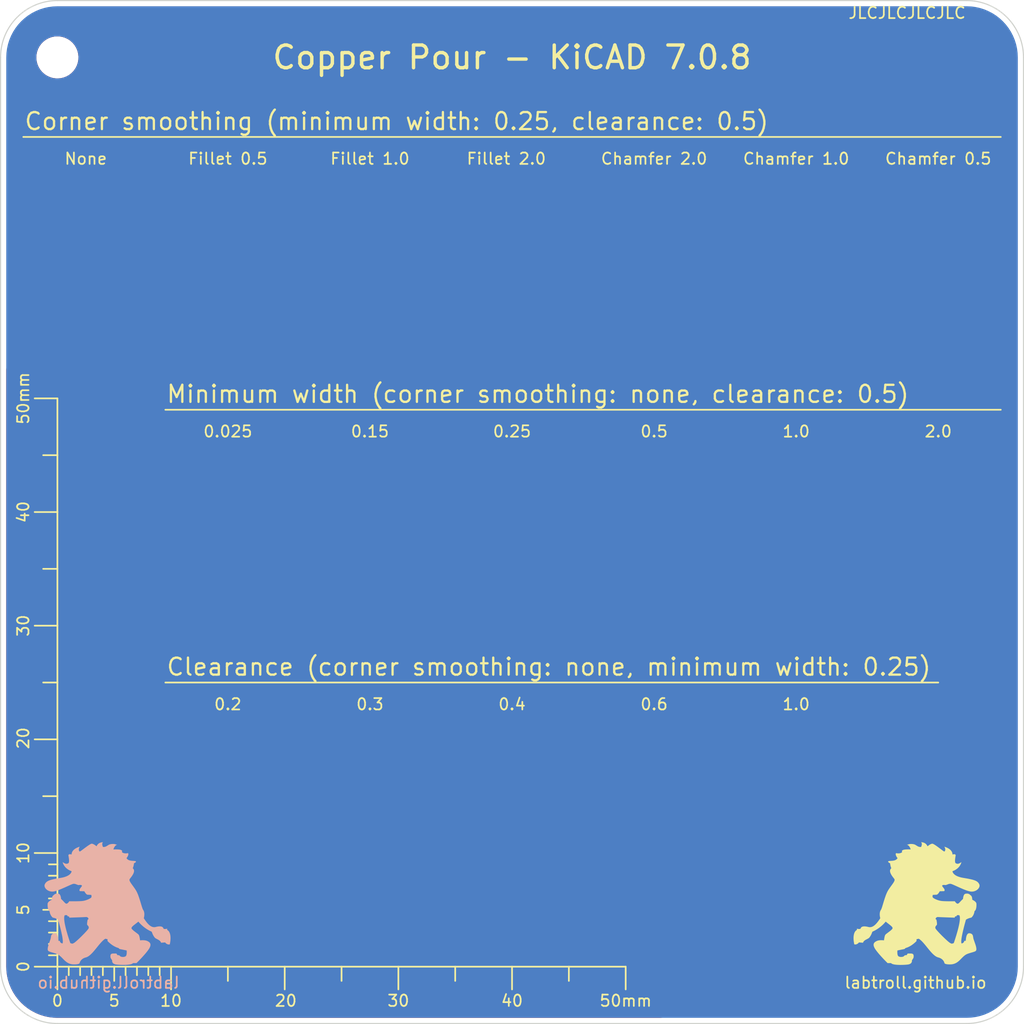
<source format=kicad_pcb>
(kicad_pcb (version 20221018) (generator pcbnew)
  (title_block (title "Copper Pour Fillet Smoothing Sample") (date "2023-10-16") (comment 1 "Author: Morten Hattesen"))
  (layers (0 "F.Cu" signal) (31 "B.Cu" signal) (34 "B.Paste" user) (35 "F.Paste" user) (36 "B.SilkS" user "B.Silkscreen") (37 "F.SilkS" user "F.Silkscreen") (38 "B.Mask" user) (39 "F.Mask" user) (44 "Edge.Cuts" user))
  (net 0 "")
  (footprint "MountingHole:SMD_Pad_Circular_4mm" (layer "F.Cu") (at 105 120)
    (fp_text reference "REF**" hide)
    (fp_text value "SMD_Pad_Circular_4mm" hide)
    (pad "" smd circle (at 0 0) (size 4 4) (layers "F.Cu" "F.Paste" "F.Mask"))
  )
  (footprint "MountingHole:SMD_Pad_Circular_4mm" (layer "F.Cu") (at 80 67)
    (fp_text reference "REF**" hide)
    (fp_text value "SMD_Pad_Circular_4mm" hide)
    (pad "" smd circle (at 0 0) (size 4 4) (layers "F.Cu" "F.Paste" "F.Mask"))
  )
  (footprint "MountingHole:SMD_Pad_Circular_4mm" (layer "F.Cu") (at 130 67)
    (fp_text reference "REF**" hide)
    (fp_text value "SMD_Pad_Circular_4mm" hide)
    (pad "" smd circle (at 0 0) (size 4 4) (layers "F.Cu" "F.Paste" "F.Mask"))
  )
  (footprint "MountingHole:SMD_Pad_Circular_4mm" (layer "F.Cu") (at 92.5 91)
    (fp_text reference "REF**" hide)
    (fp_text value "SMD_Pad_Circular_4mm" hide)
    (pad "" smd circle (at 0 0) (size 4 4) (layers "F.Cu" "F.Paste" "F.Mask"))
  )
  (footprint "MountingHole:SMD_Pad_Circular_4mm" (layer "F.Cu") (at 117.5 72)
    (fp_text reference "REF**" hide)
    (fp_text value "SMD_Pad_Circular_4mm" hide)
    (pad "" smd circle (at 0 0) (size 4 4) (layers "F.Cu" "F.Paste" "F.Mask"))
  )
  (footprint "Calibration_Scale:Gauge_50mm_Type2_SilkScreenTop_FIX" (layer "F.Cu") (at 77.5 132.5)
    (fp_text reference "REF**" hide)
    (fp_text value "Gauge_50mm_Type2_SilkScreenTop_FIX" hide)
    (fp_text user "20" (at -3 -20.10156 90 unlocked) (layer "F.SilkS"))
    (fp_text user "5" (at 5 3 unlocked) (layer "F.SilkS"))
    (fp_text user "0" (at 0 3 unlocked) (layer "F.SilkS"))
    (fp_text user "30" (at -3 -30.00248 90 unlocked) (layer "F.SilkS"))
    (fp_text user "20" (at 20.09902 3 unlocked) (layer "F.SilkS"))
    (fp_text user "30" (at 29.99994 3 unlocked) (layer "F.SilkS"))
    (fp_text user "40" (at 39.99992 3 unlocked) (layer "F.SilkS"))
    (fp_text user "10" (at 10 3 unlocked) (layer "F.SilkS"))
    (fp_text user "50mm" (at 49.9999 3 unlocked) (layer "F.SilkS"))
    (fp_text user "5" (at -3 -5.00126 90 unlocked) (layer "F.SilkS"))
    (fp_text user "50mm" (at -3 -50.00244 90 unlocked) (layer "F.SilkS"))
    (fp_text user "0" (at -3 -0.00254 90 unlocked) (layer "F.SilkS"))
    (fp_text user "40" (at -3 -40.00246 90 unlocked) (layer "F.SilkS"))
    (fp_text user "10" (at -3 -10.00252 90 unlocked) (layer "F.SilkS"))
  )
  (footprint "MountingHole:MountingHole_3.2mm_M3" (layer "F.Cu") (at 77.5 52.5)
    (fp_text reference "REF**" hide)
    (fp_text value "MountingHole_3.2mm_M3" hide)
    (pad "" np_thru_hole circle (at 0 0) (size 3.2 3.2) (drill 3.2) (layers "*.Cu" "*.Mask"))
  )
  (footprint "MountingHole:SMD_Pad_Circular_4mm" (layer "F.Cu") (at 92.5 115)
    (fp_text reference "REF**" hide)
    (fp_text value "SMD_Pad_Circular_4mm" hide)
    (pad "" smd circle (at 0 0) (size 4 4) (layers "F.Cu" "F.Paste" "F.Mask"))
  )
  (footprint "MountingHole:SMD_Pad_Circular_4mm" (layer "F.Cu") (at 92.5 67)
    (fp_text reference "REF**" hide)
    (fp_text value "SMD_Pad_Circular_4mm" hide)
    (pad "" smd circle (at 0 0) (size 4 4) (layers "F.Cu" "F.Paste" "F.Mask"))
  )
  (footprint "MountingHole:SMD_Pad_Circular_4mm" (layer "F.Cu") (at 155 96)
    (fp_text reference "REF**" hide)
    (fp_text value "SMD_Pad_Circular_4mm" hide)
    (pad "" smd circle (at 0 0) (size 4 4) (layers "F.Cu" "F.Paste" "F.Mask"))
  )
  (footprint "MountingHole:SMD_Pad_Circular_4mm" (layer "F.Cu") (at 142.5 115)
    (fp_text reference "REF**" hide)
    (fp_text value "SMD_Pad_Circular_4mm" hide)
    (pad "" smd circle (at 0 0) (size 4 4) (layers "F.Cu" "F.Paste" "F.Mask"))
  )
  (footprint "MountingHole:SMD_Pad_Circular_4mm" (layer "F.Cu") (at 105 91)
    (fp_text reference "REF**" hide)
    (fp_text value "SMD_Pad_Circular_4mm" hide)
    (pad "" smd circle (at 0 0) (size 4 4) (layers "F.Cu" "F.Paste" "F.Mask"))
  )
  (footprint "MountingHole:SMD_Pad_Circular_4mm" (layer "F.Cu") (at 142.5 96)
    (fp_text reference "REF**" hide)
    (fp_text value "SMD_Pad_Circular_4mm" hide)
    (pad "" smd circle (at 0 0) (size 4 4) (layers "F.Cu" "F.Paste" "F.Mask"))
  )
  (footprint "MountingHole:SMD_Pad_Circular_4mm" (layer "F.Cu") (at 105 67)
    (fp_text reference "REF**" hide)
    (fp_text value "SMD_Pad_Circular_4mm" hide)
    (pad "" smd circle (at 0 0) (size 4 4) (layers "F.Cu" "F.Paste" "F.Mask"))
  )
  (footprint "MountingHole:SMD_Pad_Circular_4mm" (layer "F.Cu") (at 92.5 96)
    (fp_text reference "REF**" hide)
    (fp_text value "SMD_Pad_Circular_4mm" hide)
    (pad "" smd circle (at 0 0) (size 4 4) (layers "F.Cu" "F.Paste" "F.Mask"))
  )
  (footprint "MountingHole:SMD_Pad_Circular_4mm" (layer "F.Cu") (at 130 91)
    (fp_text reference "REF**" hide)
    (fp_text value "SMD_Pad_Circular_4mm" hide)
    (pad "" smd circle (at 0 0) (size 4 4) (layers "F.Cu" "F.Paste" "F.Mask"))
  )
  (footprint "MountingHole:SMD_Pad_Circular_4mm" (layer "F.Cu") (at 142.5 120)
    (fp_text reference "REF**" hide)
    (fp_text value "SMD_Pad_Circular_4mm" hide)
    (pad "" smd circle (at 0 0) (size 4 4) (layers "F.Cu" "F.Paste" "F.Mask"))
  )
  (footprint "MountingHole:SMD_Pad_Circular_4mm" (layer "F.Cu") (at 105 115)
    (fp_text reference "REF**" hide)
    (fp_text value "SMD_Pad_Circular_4mm" hide)
    (pad "" smd circle (at 0 0) (size 4 4) (layers "F.Cu" "F.Paste" "F.Mask"))
  )
  (footprint "MountingHole:SMD_Pad_Circular_4mm" (layer "F.Cu") (at 130 120)
    (fp_text reference "REF**" hide)
    (fp_text value "SMD_Pad_Circular_4mm" hide)
    (pad "" smd circle (at 0 0) (size 4 4) (layers "F.Cu" "F.Paste" "F.Mask"))
  )
  (footprint "MountingHole:SMD_Pad_Circular_4mm" (layer "F.Cu") (at 130 96)
    (fp_text reference "REF**" hide)
    (fp_text value "SMD_Pad_Circular_4mm" hide)
    (pad "" smd circle (at 0 0) (size 4 4) (layers "F.Cu" "F.Paste" "F.Mask"))
  )
  (footprint "MountingHole:SMD_Pad_Circular_4mm" (layer "F.Cu") (at 117.5 67)
    (fp_text reference "REF**" hide)
    (fp_text value "SMD_Pad_Circular_4mm" hide)
    (pad "" smd circle (at 0 0) (size 4 4) (layers "F.Cu" "F.Paste" "F.Mask"))
  )
  (footprint "MountingHole:SMD_Pad_Circular_4mm" (layer "F.Cu") (at 155 91)
    (fp_text reference "REF**" hide)
    (fp_text value "SMD_Pad_Circular_4mm" hide)
    (pad "" smd circle (at 0 0) (size 4 4) (layers "F.Cu" "F.Paste" "F.Mask"))
  )
  (footprint "MountingHole:SMD_Pad_Circular_4mm" (layer "F.Cu") (at 117.5 91)
    (fp_text reference "REF**" hide)
    (fp_text value "SMD_Pad_Circular_4mm" hide)
    (pad "" smd circle (at 0 0) (size 4 4) (layers "F.Cu" "F.Paste" "F.Mask"))
  )
  (footprint "MountingHole:SMD_Pad_Circular_4mm" (layer "F.Cu") (at 130 115)
    (fp_text reference "REF**" hide)
    (fp_text value "SMD_Pad_Circular_4mm" hide)
    (pad "" smd circle (at 0 0) (size 4 4) (layers "F.Cu" "F.Paste" "F.Mask"))
  )
  (footprint "MountingHole:SMD_Pad_Circular_4mm" (layer "F.Cu") (at 142.5 91)
    (fp_text reference "REF**" hide)
    (fp_text value "SMD_Pad_Circular_4mm" hide)
    (pad "" smd circle (at 0 0) (size 4 4) (layers "F.Cu" "F.Paste" "F.Mask"))
  )
  (footprint "MountingHole:SMD_Pad_Circular_4mm" (layer "F.Cu") (at 155 72)
    (fp_text reference "REF**" hide)
    (fp_text value "SMD_Pad_Circular_4mm" hide)
    (pad "" smd circle (at 0 0) (size 4 4) (layers "F.Cu" "F.Paste" "F.Mask"))
  )
  (footprint "MountingHole:SMD_Pad_Circular_4mm" (layer "F.Cu") (at 80 72)
    (fp_text reference "REF**" hide)
    (fp_text value "SMD_Pad_Circular_4mm" hide)
    (pad "" smd circle (at 0 0) (size 4 4) (layers "F.Cu" "F.Paste" "F.Mask"))
  )
  (footprint "MountingHole:SMD_Pad_Circular_4mm" (layer "F.Cu") (at 130 72)
    (fp_text reference "REF**" hide)
    (fp_text value "SMD_Pad_Circular_4mm" hide)
    (pad "" smd circle (at 0 0) (size 4 4) (layers "F.Cu" "F.Paste" "F.Mask"))
  )
  (footprint "_ProjCommon:Labtroll_Logo" (layer "F.Cu") (at 153 133)
    (fp_text reference "REF**" hide)
    (fp_text value "Labtroll_Logo" hide)
    (fp_text user "labtroll.github.io" (at 0 1.5 unlocked) (layer "F.SilkS") (effects (justify bottom)))
  )
  (footprint "MountingHole:SMD_Pad_Circular_4mm" (layer "F.Cu") (at 92.5 72)
    (fp_text reference "REF**" hide)
    (fp_text value "SMD_Pad_Circular_4mm" hide)
    (pad "" smd circle (at 0 0) (size 4 4) (layers "F.Cu" "F.Paste" "F.Mask"))
  )
  (footprint "MountingHole:SMD_Pad_Circular_4mm" (layer "F.Cu") (at 92.5 120)
    (fp_text reference "REF**" hide)
    (fp_text value "SMD_Pad_Circular_4mm" hide)
    (pad "" smd circle (at 0 0) (size 4 4) (layers "F.Cu" "F.Paste" "F.Mask"))
  )
  (footprint "MountingHole:SMD_Pad_Circular_4mm" (layer "F.Cu") (at 105 96)
    (fp_text reference "REF**" hide)
    (fp_text value "SMD_Pad_Circular_4mm" hide)
    (pad "" smd circle (at 0 0) (size 4 4) (layers "F.Cu" "F.Paste" "F.Mask"))
  )
  (footprint "MountingHole:SMD_Pad_Circular_4mm" (layer "F.Cu") (at 105 72)
    (fp_text reference "REF**" hide)
    (fp_text value "SMD_Pad_Circular_4mm" hide)
    (pad "" smd circle (at 0 0) (size 4 4) (layers "F.Cu" "F.Paste" "F.Mask"))
  )
  (footprint "MountingHole:SMD_Pad_Circular_4mm" (layer "F.Cu") (at 142.5 67)
    (fp_text reference "REF**" hide)
    (fp_text value "SMD_Pad_Circular_4mm" hide)
    (pad "" smd circle (at 0 0) (size 4 4) (layers "F.Cu" "F.Paste" "F.Mask"))
  )
  (footprint "MountingHole:SMD_Pad_Circular_4mm" (layer "F.Cu") (at 142.5 72)
    (fp_text reference "REF**" hide)
    (fp_text value "SMD_Pad_Circular_4mm" hide)
    (pad "" smd circle (at 0 0) (size 4 4) (layers "F.Cu" "F.Paste" "F.Mask"))
  )
  (footprint "MountingHole:SMD_Pad_Circular_4mm" (layer "F.Cu") (at 155 67)
    (fp_text reference "REF**" hide)
    (fp_text value "SMD_Pad_Circular_4mm" hide)
    (pad "" smd circle (at 0 0) (size 4 4) (layers "F.Cu" "F.Paste" "F.Mask"))
  )
  (footprint "MountingHole:SMD_Pad_Circular_4mm" (layer "F.Cu") (at 117.5 120)
    (fp_text reference "REF**" hide)
    (fp_text value "SMD_Pad_Circular_4mm" hide)
    (pad "" smd circle (at 0 0) (size 4 4) (layers "F.Cu" "F.Paste" "F.Mask"))
  )
  (footprint "MountingHole:SMD_Pad_Circular_4mm" (layer "F.Cu") (at 117.5 96)
    (fp_text reference "REF**" hide)
    (fp_text value "SMD_Pad_Circular_4mm" hide)
    (pad "" smd circle (at 0 0) (size 4 4) (layers "F.Cu" "F.Paste" "F.Mask"))
  )
  (footprint "MountingHole:SMD_Pad_Circular_4mm" (layer "F.Cu") (at 117.5 115)
    (fp_text reference "REF**" hide)
    (fp_text value "SMD_Pad_Circular_4mm" hide)
    (pad "" smd circle (at 0 0) (size 4 4) (layers "F.Cu" "F.Paste" "F.Mask"))
  )
  (footprint "_ProjCommon:Labtroll_Logo" (layer "B.Cu") (at 82 133 180)
    (fp_text reference "REF**" hide)
    (fp_text value "Labtroll_Logo" hide)
    (fp_text user "labtroll.github.io" (at 0 -1.5 unlocked) (layer "B.SilkS") (effects (justify bottom mirror)))
  )
  (gr_line (start 87 83.5) (end 160.5 83.5) (stroke (width 0.15)) (layer "F.SilkS"))
  (gr_line (start 74.5 59.5) (end 160.5 59.5) (stroke (width 0.15)) (layer "F.SilkS"))
  (gr_line (start 87 107.5) (end 155 107.5) (stroke (width 0.15)) (layer "F.SilkS"))
  (gr_line (start 77.5 47.5) (end 157.5 47.5) (stroke (width 0.1)) (layer "Edge.Cuts"))
  (gr_line (start 157.5 137.5) (end 77.5 137.5) (stroke (width 0.1)) (layer "Edge.Cuts"))
  (gr_arc (start 77.5 137.5) (mid 73.964466 136.035534) (end 72.5 132.5) (stroke (width 0.1)) (layer "Edge.Cuts"))
  (gr_line (start 162.5 52.5) (end 162.5 132.5) (stroke (width 0.1)) (layer "Edge.Cuts"))
  (gr_arc (start 72.5 52.5) (mid 73.964466 48.964466) (end 77.5 47.5) (stroke (width 0.1)) (layer "Edge.Cuts"))
  (gr_line (start 72.5 132.5) (end 72.5 52.5) (stroke (width 0.1)) (layer "Edge.Cuts"))
  (gr_arc (start 162.5 132.5) (mid 161.035534 136.035534) (end 157.5 137.5) (stroke (width 0.1)) (layer "Edge.Cuts"))
  (gr_arc (start 157.5 47.5) (mid 161.035534 48.964466) (end 162.5 52.5) (stroke (width 0.1)) (layer "Edge.Cuts"))
  (gr_text "None" (at 80 62) (layer "F.SilkS") (effects (font (size 1 1)) (justify bottom)))
  (gr_text "Chamfer 0.5" (at 155 62) (layer "F.SilkS") (effects (font (size 1 1)) (justify bottom)))
  (gr_text "0.5" (at 130 86) (layer "F.SilkS") (effects (font (size 1 1)) (justify bottom)))
  (gr_text "1.0" (at 142.5 110) (layer "F.SilkS") (effects (font (size 1 1)) (justify bottom)))
  (gr_text "Copper Pour - KiCAD 7.0.8" (at 117.5 52.5) (layer "F.SilkS") (effects (font (size 2 2) (thickness 0.3))))
  (gr_text "0.25" (at 117.5 86) (layer "F.SilkS") (effects (font (size 1 1)) (justify bottom)))
  (gr_text "0.025" (at 92.5 86) (layer "F.SilkS") (effects (font (size 1 1)) (justify bottom)))
  (gr_text "1.0" (at 142.5 86) (layer "F.SilkS") (effects (font (size 1 1)) (justify bottom)))
  (gr_text "0.15" (at 105 86) (layer "F.SilkS") (effects (font (size 1 1)) (justify bottom)))
  (gr_text "2.0" (at 155 86) (layer "F.SilkS") (effects (font (size 1 1)) (justify bottom)))
  (gr_text "Chamfer 2.0" (at 130 62) (layer "F.SilkS") (effects (font (size 1 1)) (justify bottom)))
  (gr_text "0.2" (at 92.5 110) (layer "F.SilkS") (effects (font (size 1 1)) (justify bottom)))
  (gr_text "0.6" (at 130 110) (layer "F.SilkS") (effects (font (size 1 1)) (justify bottom)))
  (gr_text "0.3" (at 105 110) (layer "F.SilkS") (effects (font (size 1 1)) (justify bottom)))
  (gr_text "Chamfer 1.0" (at 142.5 62) (layer "F.SilkS") (effects (font (size 1 1)) (justify bottom)))
  (gr_text "0.4" (at 117.5 110) (layer "F.SilkS") (effects (font (size 1 1)) (justify bottom)))
  (gr_text "JLCJLCJLCJLC" (at 157.5 48) (layer "F.SilkS") (effects (font (size 1 1)) (justify right top)))
  (gr_text "Minimum width (corner smoothing: none, clearance: 0.5)" (at 87 83) (layer "F.SilkS") (effects (font (size 1.5 1.5) (thickness 0.2)) (justify left bottom)))
  (gr_text "Fillet 2.0" (at 117 62) (layer "F.SilkS") (effects (font (size 1 1)) (justify bottom)))
  (gr_text "Clearance (corner smoothing: none, minimum width: 0.25)" (at 87 107) (layer "F.SilkS") (effects (font (size 1.5 1.5) (thickness 0.2)) (justify left bottom)))
  (gr_text "Fillet 0.5" (at 92.5 62) (layer "F.SilkS") (effects (font (size 1 1)) (justify bottom)))
  (gr_text "Corner smoothing (minimum width: 0.25, clearance: 0.5)" (at 74.5 59) (layer "F.SilkS") (effects (font (size 1.5 1.5) (thickness 0.2)) (justify left bottom)))
  (gr_text "Fillet 1.0" (at 105 62) (layer "F.SilkS") (effects (font (size 1 1)) (justify bottom)))
  (zone (net 0) (net_name "") (layer "F.Cu") (name "corner_chamfer_2mm") (connect_pads (clearance 0.5)) (min_thickness 0.25) (fill yes (thermal_gap 0.5) (thermal_bridge_width 0.5) (smoothing chamfer) (radius 2) (island_removal_mode 1) (island_area_min 10))
    (polygon (pts (xy 125 63) (xy 135 63) (xy 135 77) (xy 125 77)))
  )
  (zone (net 0) (net_name "") (layer "F.Cu") (priority 2) (connect_pads (clearance 0.5)) (min_thickness 0.25) (fill yes (thermal_gap 0.5) (thermal_bridge_width 10) (smoothing fillet) (radius 3) (island_removal_mode 1) (island_area_min 10))
    (polygon (pts (xy 74.5 49.5) (xy 74.5 55.5) (xy 160.5 55.5) (xy 160.5 49.5)))
  )
  (zone (net 0) (net_name "") (layer "F.Cu") (name "min_width_0_15") (connect_pads (clearance 0.5)) (min_thickness 0.025) (fill yes (thermal_gap 0.5) (thermal_bridge_width 0.5) (island_removal_mode 1) (island_area_min 10))
    (polygon (pts (xy 87.5 87) (xy 97.5 87) (xy 97.5 101) (xy 87.5 101)))
  )
  (zone (net 0) (net_name "") (layer "F.Cu") (name "min_width_1") (connect_pads (clearance 0.6)) (min_thickness 0.25) (fill yes (thermal_gap 0.5) (thermal_bridge_width 10) (island_removal_mode 1) (island_area_min 10))
    (polygon (pts (xy 125 111) (xy 135 111) (xy 135 125) (xy 125 125)))
  )
  (zone (net 0) (net_name "") (layer "F.Cu") (name "min_width_0_5") (connect_pads (clearance 0.4)) (min_thickness 0.25) (fill yes (thermal_gap 0.5) (thermal_bridge_width 1) (island_removal_mode 1) (island_area_min 10))
    (polygon (pts (xy 112.5 111) (xy 122.5 111) (xy 122.5 125) (xy 112.5 125)))
  )
  (zone (net 0) (net_name "") (layer "F.Cu") (name "corner_fillet_0_5mm") (connect_pads (clearance 0.5)) (min_thickness 0.25) (fill yes (thermal_gap 0.5) (thermal_bridge_width 0.5) (smoothing fillet) (radius 0.5) (island_removal_mode 1) (island_area_min 10))
    (polygon (pts (xy 87.5 63) (xy 97.5 63) (xy 97.5 77) (xy 87.5 77)))
  )
  (zone (net 0) (net_name "") (layer "F.Cu") (name "min_width_0_5") (connect_pads (clearance 0.5)) (min_thickness 0.5) (fill yes (thermal_gap 0.5) (thermal_bridge_width 1) (island_removal_mode 1) (island_area_min 10))
    (polygon (pts (xy 125 87) (xy 135 87) (xy 135 101) (xy 125 101)))
  )
  (zone (net 0) (net_name "") (layer "F.Cu") (name "corner_chamfer_0_5") (connect_pads (clearance 0.5)) (min_thickness 0.25) (fill yes (thermal_gap 0.5) (thermal_bridge_width 0.5) (smoothing chamfer) (radius 0.5) (island_removal_mode 1) (island_area_min 10))
    (polygon (pts (xy 150 63) (xy 160 63) (xy 160 77) (xy 150 77)))
  )
  (zone (net 0) (net_name "") (layer "F.Cu") (name "min_width_2") (connect_pads (clearance 1)) (min_thickness 0.25) (fill yes (thermal_gap 0.5) (thermal_bridge_width 10) (island_removal_mode 1) (island_area_min 10))
    (polygon (pts (xy 137.5 111) (xy 147.5 111) (xy 147.5 125) (xy 137.5 125)))
  )
  (zone (net 0) (net_name "") (layer "F.Cu") (name "corner_sharp") (connect_pads (clearance 0.5)) (min_thickness 0.25) (fill yes (thermal_gap 0.5) (thermal_bridge_width 0.5) (island_removal_mode 1) (island_area_min 10))
    (polygon (pts (xy 75 63) (xy 85 63) (xy 85 77) (xy 75 77)))
  )
  (zone (net 0) (net_name "") (layer "F.Cu") (name "min_width_1") (connect_pads (clearance 0.5)) (min_thickness 1) (fill yes (thermal_gap 0.5) (thermal_bridge_width 10) (island_removal_mode 1) (island_area_min 10))
    (polygon (pts (xy 137.5 87) (xy 147.5 87) (xy 147.5 101) (xy 137.5 101)))
  )
  (zone (net 0) (net_name "") (layer "F.Cu") (priority 3) (connect_pads (clearance 0.5)) (min_thickness 0.25) (fill yes (thermal_gap 0.5) (thermal_bridge_width 10) (smoothing fillet) (radius 1) (island_removal_mode 1) (island_area_min 10))
    (polygon (pts (xy 73 79) (xy 79 79) (xy 79 131) (xy 131.5 131) (xy 131.5 137) (xy 73 137)))
  )
  (zone (net 0) (net_name "") (layer "F.Cu") (name "min_width_0_15") (connect_pads (clearance 0.2)) (min_thickness 0.25) (fill yes (thermal_gap 0.5) (thermal_bridge_width 0.5) (island_removal_mode 1) (island_area_min 10))
    (polygon (pts (xy 87.5 111) (xy 97.5 111) (xy 97.5 125) (xy 87.5 125)))
  )
  (zone (net 0) (net_name "") (layer "F.Cu") (name "corner_fillet_2mm") (connect_pads (clearance 0.5)) (min_thickness 0.25) (fill yes (thermal_gap 0.5) (thermal_bridge_width 0.5) (smoothing fillet) (radius 2) (island_removal_mode 1) (island_area_min 10))
    (polygon (pts (xy 112.5 63) (xy 122.5 63) (xy 122.5 77) (xy 112.5 77)))
  )
  (zone (net 0) (net_name "") (layer "F.Cu") (name "min_width_0_15") (connect_pads (clearance 0.5)) (min_thickness 0.15) (fill yes (thermal_gap 0.5) (thermal_bridge_width 0.5) (island_removal_mode 1) (island_area_min 10))
    (polygon (pts (xy 100 87) (xy 110 87) (xy 110 101) (xy 100 101)))
  )
  (zone (net 0) (net_name "") (layer "F.Cu") (name "min_width_0_25") (connect_pads (clearance 0.3)) (min_thickness 0.25) (fill yes (thermal_gap 0.5) (thermal_bridge_width 0.5) (island_removal_mode 1) (island_area_min 10))
    (polygon (pts (xy 100 111) (xy 110 111) (xy 110 125) (xy 100 125)))
  )
  (zone (net 0) (net_name "") (layer "F.Cu") (name "min_width_0_25") (connect_pads (clearance 0.5)) (min_thickness 0.25) (fill yes (thermal_gap 0.5) (thermal_bridge_width 0.5) (island_removal_mode 1) (island_area_min 10))
    (polygon (pts (xy 112.5 87) (xy 122.5 87) (xy 122.5 101) (xy 112.5 101)))
  )
  (zone (net 0) (net_name "") (layer "F.Cu") (name "corner_chamfer_1") (connect_pads (clearance 0.5)) (min_thickness 0.25) (fill yes (thermal_gap 0.5) (thermal_bridge_width 0.5) (smoothing chamfer) (radius 1) (island_removal_mode 1) (island_area_min 10))
    (polygon (pts (xy 137.5 63) (xy 147.5 63) (xy 147.5 77) (xy 137.5 77)))
  )
  (zone (net 0) (net_name "") (layer "F.Cu") (name "corner_fillet_1mm") (connect_pads (clearance 0.5)) (min_thickness 0.25) (fill yes (thermal_gap 0.5) (thermal_bridge_width 0.5) (smoothing fillet) (radius 1) (island_removal_mode 1) (island_area_min 10))
    (polygon (pts (xy 100 63) (xy 110 63) (xy 110 77) (xy 100 77)))
  )
  (zone (net 0) (net_name "") (layer "F.Cu") (name "min_width_2") (connect_pads (clearance 0.5)) (min_thickness 2) (fill yes (thermal_gap 0.5) (thermal_bridge_width 10) (island_removal_mode 1) (island_area_min 10))
    (polygon (pts (xy 150 87) (xy 160 87) (xy 160 101) (xy 150 101)))
  )
  (zone (net 0) (net_name "") (layer "B.Cu") (priority 1) (connect_pads (clearance 0.5)) (min_thickness 0.25) (fill yes (thermal_gap 0.5) (thermal_bridge_width 0.5) (island_removal_mode 1) (island_area_min 10))
    (polygon (pts (xy 72.5 47.5) (xy 162.5 47.5) (xy 162.5 137.5) (xy 72.5 137.5)))
  )
)
</source>
